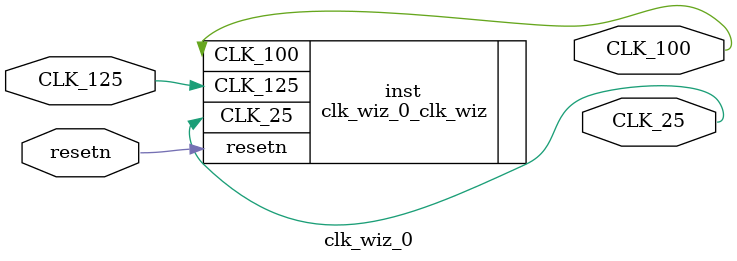
<source format=v>


`timescale 1ps/1ps

(* CORE_GENERATION_INFO = "clk_wiz_0,clk_wiz_v6_0_5_0_0,{component_name=clk_wiz_0,use_phase_alignment=true,use_min_o_jitter=false,use_max_i_jitter=false,use_dyn_phase_shift=false,use_inclk_switchover=false,use_dyn_reconfig=false,enable_axi=0,feedback_source=FDBK_AUTO,PRIMITIVE=MMCM,num_out_clk=2,clkin1_period=8.000,clkin2_period=10.000,use_power_down=false,use_reset=true,use_locked=false,use_inclk_stopped=false,feedback_type=SINGLE,CLOCK_MGR_TYPE=NA,manual_override=false}" *)

module clk_wiz_0 
 (
  // Clock out ports
  output        CLK_25,
  output        CLK_100,
  // Status and control signals
  input         resetn,
 // Clock in ports
  input         CLK_125
 );

  clk_wiz_0_clk_wiz inst
  (
  // Clock out ports  
  .CLK_25(CLK_25),
  .CLK_100(CLK_100),
  // Status and control signals               
  .resetn(resetn), 
 // Clock in ports
  .CLK_125(CLK_125)
  );

endmodule

</source>
